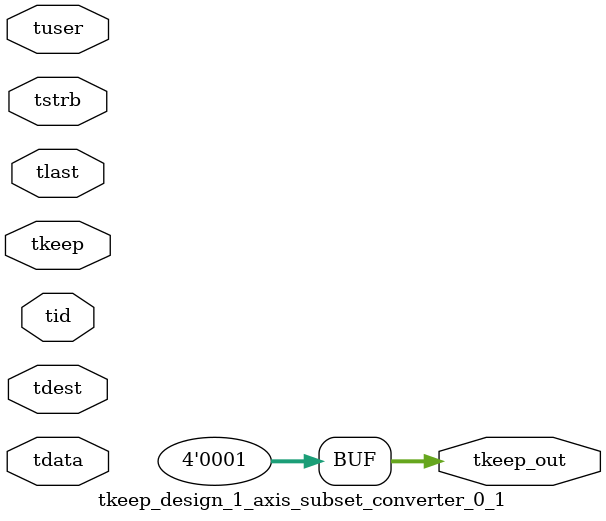
<source format=v>


`timescale 1ps/1ps

module tkeep_design_1_axis_subset_converter_0_1 #
(
parameter C_S_AXIS_TDATA_WIDTH = 32,
parameter C_S_AXIS_TUSER_WIDTH = 0,
parameter C_S_AXIS_TID_WIDTH   = 0,
parameter C_S_AXIS_TDEST_WIDTH = 0,
parameter C_M_AXIS_TDATA_WIDTH = 32
)
(
input  [(C_S_AXIS_TDATA_WIDTH == 0 ? 1 : C_S_AXIS_TDATA_WIDTH)-1:0     ] tdata,
input  [(C_S_AXIS_TUSER_WIDTH == 0 ? 1 : C_S_AXIS_TUSER_WIDTH)-1:0     ] tuser,
input  [(C_S_AXIS_TID_WIDTH   == 0 ? 1 : C_S_AXIS_TID_WIDTH)-1:0       ] tid,
input  [(C_S_AXIS_TDEST_WIDTH == 0 ? 1 : C_S_AXIS_TDEST_WIDTH)-1:0     ] tdest,
input  [(C_S_AXIS_TDATA_WIDTH/8)-1:0 ] tkeep,
input  [(C_S_AXIS_TDATA_WIDTH/8)-1:0 ] tstrb,
input                                                                    tlast,
output [(C_M_AXIS_TDATA_WIDTH/8)-1:0 ] tkeep_out
);

assign tkeep_out = {1'b1};

endmodule


</source>
